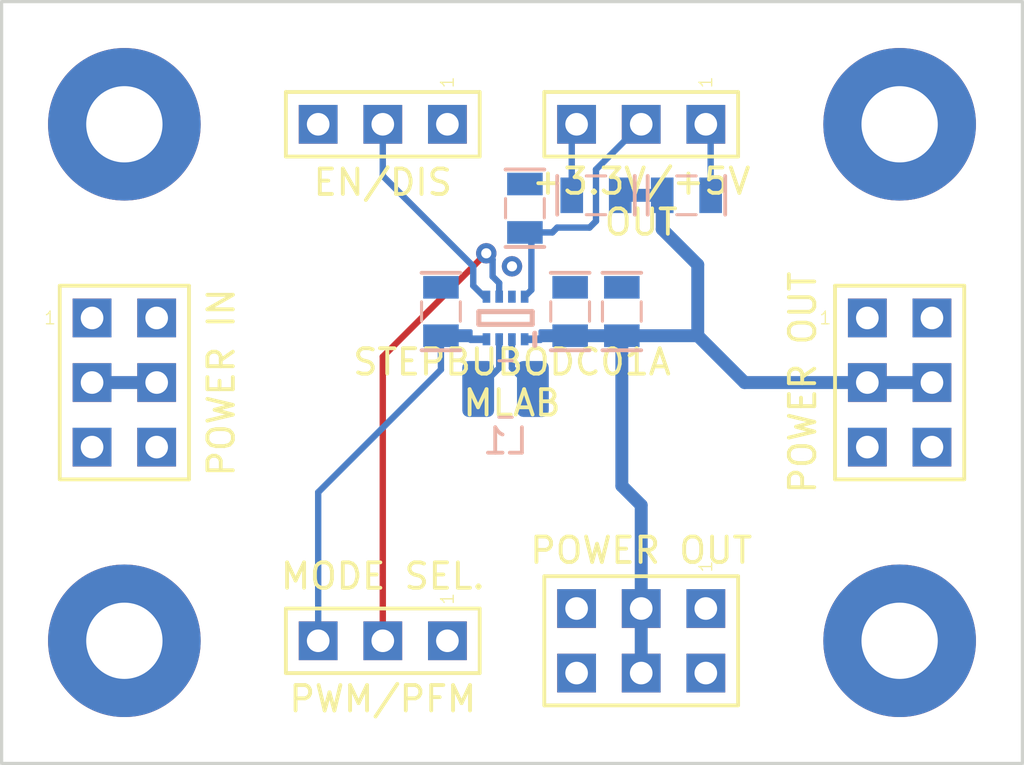
<source format=kicad_pcb>
(kicad_pcb (version 20211014) (generator pcbnew)
  (layers (0 "F.Cu" signal) (31 "B.Cu" signal) (34 "B.Paste" user) (35 "F.Paste" user) (36 "B.SilkS" user "B.Silkscreen") (37 "F.SilkS" user "F.Silkscreen") (38 "B.Mask" user) (39 "F.Mask" user) (44 "Edge.Cuts" user))
  (net 0 "")
  (net 1 "/V_in")
  (net 2 "GND")
  (net 3 "/V_out")
  (net 4 "/en")
  (net 5 "Net-(F1-Pad1)")
  (net 6 "/mod")
  (net 7 "Net-(J4-Pad1)")
  (net 8 "/FB")
  (net 9 "Net-(J4-Pad3)")
  (net 10 "Net-(L1-Pad1)")
  (net 11 "Net-(L1-Pad2)")
  (footprint "Mlab_Pin_Headers:Straight_1x03" (layer "F.Cu") (at 147.32 76.2 -90)
    (fp_text reference "J4" hide)
    (fp_text value "HEADER_1x03" hide)
    (fp_text user "1" (at -1.651 -2.54 90) (layer "F.SilkS") (effects (font (size 0.5 0.5) (thickness 0.05))))
    (fp_line (start -1.27 3.81) (end -1.27 -3.81) (layer "F.SilkS") (width 0.15))
    (fp_line (start 1.27 3.81) (end -1.27 3.81) (layer "F.SilkS") (width 0.15))
    (fp_line (start -1.27 -3.81) (end 1.27 -3.81) (layer "F.SilkS") (width 0.15))
    (fp_line (start 1.27 -3.81) (end 1.27 3.81) (layer "F.SilkS") (width 0.15))
    (pad "1" thru_hole rect (at 0 -2.54 270) (size 1.524 1.524) (drill 0.889) (layers *.Cu *.Mask) (net 7 "Net-(J4-Pad1)"))
    (pad "2" thru_hole rect (at 0 0 270) (size 1.524 1.524) (drill 0.889) (layers *.Cu *.Mask) (net 8 "/FB"))
    (pad "3" thru_hole rect (at 0 2.54 270) (size 1.524 1.524) (drill 0.889) (layers *.Cu *.Mask) (net 9 "Net-(J4-Pad3)"))
  )
  (footprint "Mlab_Pin_Headers:Straight_2x03" (layer "F.Cu") (at 127 86.36)
    (fp_text reference "J2" hide)
    (fp_text value "HEADER_2x03_PARALLEL" hide)
    (fp_text user "1" (at -2.921 -2.54) (layer "F.SilkS") (effects (font (size 0.5 0.5) (thickness 0.05))))
    (fp_line (start 2.54 3.81) (end -2.54 3.81) (layer "F.SilkS") (width 0.15))
    (fp_line (start -2.54 3.81) (end -2.54 -3.81) (layer "F.SilkS") (width 0.15))
    (fp_line (start -2.54 -3.81) (end 2.54 -3.81) (layer "F.SilkS") (width 0.15))
    (fp_line (start 2.54 -3.81) (end 2.54 3.81) (layer "F.SilkS") (width 0.15))
    (pad "1" thru_hole rect (at -1.27 -2.54) (size 1.524 1.524) (drill 0.889) (layers *.Cu *.Mask) (net 2 "GND"))
    (pad "2" thru_hole rect (at 1.27 -2.54) (size 1.524 1.524) (drill 0.889) (layers *.Cu *.Mask) (net 2 "GND"))
    (pad "3" thru_hole rect (at -1.27 0) (size 1.524 1.524) (drill 0.889) (layers *.Cu *.Mask) (net 5 "Net-(F1-Pad1)"))
    (pad "4" thru_hole rect (at 1.27 0) (size 1.524 1.524) (drill 0.889) (layers *.Cu *.Mask) (net 5 "Net-(F1-Pad1)"))
    (pad "5" thru_hole rect (at -1.27 2.54) (size 1.524 1.524) (drill 0.889) (layers *.Cu *.Mask) (net 2 "GND"))
    (pad "6" thru_hole rect (at 1.27 2.54) (size 1.524 1.524) (drill 0.889) (layers *.Cu *.Mask) (net 2 "GND"))
  )
  (footprint "Mlab_Mechanical:MountingHole_3mm" (layer "F.Cu") (at 127 96.52)
    (fp_text reference "H3" hide)
    (fp_text value "MountingHole_Pad" hide)
    (pad "1" thru_hole circle (at 0 0) (size 6 6) (drill 3) (layers *.Cu *.Mask) (net 2 "GND") (clearance 1))
  )
  (footprint "Mlab_Mechanical:MountingHole_3mm" (layer "F.Cu") (at 157.48 76.2)
    (fp_text reference "H4" hide)
    (fp_text value "MountingHole_Pad" hide)
    (pad "1" thru_hole circle (at 0 0) (size 6 6) (drill 3) (layers *.Cu *.Mask) (net 2 "GND") (clearance 1))
  )
  (footprint "Mlab_Pin_Headers:Straight_1x03" (layer "F.Cu") (at 137.16 76.2 -90)
    (fp_text reference "J1" hide)
    (fp_text value "HEADER_1x03" hide)
    (fp_text user "1" (at -1.651 -2.54 90) (layer "F.SilkS") (effects (font (size 0.5 0.5) (thickness 0.05))))
    (fp_line (start 1.27 3.81) (end -1.27 3.81) (layer "F.SilkS") (width 0.15))
    (fp_line (start -1.27 3.81) (end -1.27 -3.81) (layer "F.SilkS") (width 0.15))
    (fp_line (start 1.27 -3.81) (end 1.27 3.81) (layer "F.SilkS") (width 0.15))
    (fp_line (start -1.27 -3.81) (end 1.27 -3.81) (layer "F.SilkS") (width 0.15))
    (pad "1" thru_hole rect (at 0 -2.54 270) (size 1.524 1.524) (drill 0.889) (layers *.Cu *.Mask) (net 2 "GND"))
    (pad "2" thru_hole rect (at 0 0 270) (size 1.524 1.524) (drill 0.889) (layers *.Cu *.Mask) (net 4 "/en"))
    (pad "3" thru_hole rect (at 0 2.54 270) (size 1.524 1.524) (drill 0.889) (layers *.Cu *.Mask) (net 1 "/V_in"))
  )
  (footprint "Mlab_Pin_Headers:Straight_1x03" (layer "F.Cu") (at 137.16 96.52 -90)
    (fp_text reference "J3" hide)
    (fp_text value "HEADER_1x03" hide)
    (fp_text user "1" (at -1.651 -2.54 90) (layer "F.SilkS") (effects (font (size 0.5 0.5) (thickness 0.05))))
    (fp_line (start 1.27 -3.81) (end 1.27 3.81) (layer "F.SilkS") (width 0.15))
    (fp_line (start 1.27 3.81) (end -1.27 3.81) (layer "F.SilkS") (width 0.15))
    (fp_line (start -1.27 -3.81) (end 1.27 -3.81) (layer "F.SilkS") (width 0.15))
    (fp_line (start -1.27 3.81) (end -1.27 -3.81) (layer "F.SilkS") (width 0.15))
    (pad "1" thru_hole rect (at 0 -2.54 270) (size 1.524 1.524) (drill 0.889) (layers *.Cu *.Mask) (net 2 "GND"))
    (pad "2" thru_hole rect (at 0 0 270) (size 1.524 1.524) (drill 0.889) (layers *.Cu *.Mask) (net 6 "/mod"))
    (pad "3" thru_hole rect (at 0 2.54 270) (size 1.524 1.524) (drill 0.889) (layers *.Cu *.Mask) (net 1 "/V_in"))
  )
  (footprint "Mlab_Mechanical:MountingHole_3mm" (layer "F.Cu") (at 157.48 96.52)
    (fp_text reference "H2" hide)
    (fp_text value "MountingHole_Pad" hide)
    (pad "1" thru_hole circle (at 0 0) (size 6 6) (drill 3) (layers *.Cu *.Mask) (net 2 "GND") (clearance 1))
  )
  (footprint "Mlab_Pin_Headers:Straight_2x03" (layer "F.Cu") (at 147.32 96.52 -90)
    (fp_text reference "J5" hide)
    (fp_text value "HEADER_2x03_PARALLEL" hide)
    (fp_text user "1" (at -2.921 -2.54 90) (layer "F.SilkS") (effects (font (size 0.5 0.5) (thickness 0.05))))
    (fp_line (start 2.54 -3.81) (end 2.54 3.81) (layer "F.SilkS") (width 0.15))
    (fp_line (start 2.54 3.81) (end -2.54 3.81) (layer "F.SilkS") (width 0.15))
    (fp_line (start -2.54 -3.81) (end 2.54 -3.81) (layer "F.SilkS") (width 0.15))
    (fp_line (start -2.54 3.81) (end -2.54 -3.81) (layer "F.SilkS") (width 0.15))
    (pad "1" thru_hole rect (at -1.27 -2.54 270) (size 1.524 1.524) (drill 0.889) (layers *.Cu *.Mask) (net 2 "GND"))
    (pad "2" thru_hole rect (at 1.27 -2.54 270) (size 1.524 1.524) (drill 0.889) (layers *.Cu *.Mask) (net 2 "GND"))
    (pad "3" thru_hole rect (at -1.27 0 270) (size 1.524 1.524) (drill 0.889) (layers *.Cu *.Mask) (net 3 "/V_out"))
    (pad "4" thru_hole rect (at 1.27 0 270) (size 1.524 1.524) (drill 0.889) (layers *.Cu *.Mask) (net 3 "/V_out"))
    (pad "5" thru_hole rect (at -1.27 2.54 270) (size 1.524 1.524) (drill 0.889) (layers *.Cu *.Mask) (net 2 "GND"))
    (pad "6" thru_hole rect (at 1.27 2.54 270) (size 1.524 1.524) (drill 0.889) (layers *.Cu *.Mask) (net 2 "GND"))
  )
  (footprint "Mlab_Mechanical:MountingHole_3mm" (layer "F.Cu") (at 127 76.2)
    (fp_text reference "H1" hide)
    (fp_text value "MountingHole_Pad" hide)
    (pad "1" thru_hole circle (at 0 0) (size 6 6) (drill 3) (layers *.Cu *.Mask) (net 2 "GND") (clearance 1))
  )
  (footprint "Mlab_Pin_Headers:Straight_2x03" (layer "F.Cu") (at 157.48 86.36)
    (fp_text reference "J6" hide)
    (fp_text value "HEADER_2x03_PARALLEL" hide)
    (fp_text user "1" (at -2.921 -2.54) (layer "F.SilkS") (effects (font (size 0.5 0.5) (thickness 0.05))))
    (fp_line (start 2.54 -3.81) (end 2.54 3.81) (layer "F.SilkS") (width 0.15))
    (fp_line (start -2.54 3.81) (end -2.54 -3.81) (layer "F.SilkS") (width 0.15))
    (fp_line (start 2.54 3.81) (end -2.54 3.81) (layer "F.SilkS") (width 0.15))
    (fp_line (start -2.54 -3.81) (end 2.54 -3.81) (layer "F.SilkS") (width 0.15))
    (pad "1" thru_hole rect (at -1.27 -2.54) (size 1.524 1.524) (drill 0.889) (layers *.Cu *.Mask) (net 2 "GND"))
    (pad "2" thru_hole rect (at 1.27 -2.54) (size 1.524 1.524) (drill 0.889) (layers *.Cu *.Mask) (net 2 "GND"))
    (pad "3" thru_hole rect (at -1.27 0) (size 1.524 1.524) (drill 0.889) (layers *.Cu *.Mask) (net 3 "/V_out"))
    (pad "4" thru_hole rect (at 1.27 0) (size 1.524 1.524) (drill 0.889) (layers *.Cu *.Mask) (net 3 "/V_out"))
    (pad "5" thru_hole rect (at -1.27 2.54) (size 1.524 1.524) (drill 0.889) (layers *.Cu *.Mask) (net 2 "GND"))
    (pad "6" thru_hole rect (at 1.27 2.54) (size 1.524 1.524) (drill 0.889) (layers *.Cu *.Mask) (net 2 "GND"))
  )
  (footprint "Mlab_R:SMD-0805" (layer "B.Cu") (at 145.542 78.994 180)
    (fp_text reference "R2")
    (fp_text value "511k")
    (fp_line (start 1.524 0.762) (end 1.524 -0.762) (layer "B.SilkS") (width 0.15))
    (fp_line (start -0.381 0.762) (end 0.381 0.762) (layer "B.SilkS") (width 0.12))
    (fp_line (start -1.524 -0.762) (end -1.524 0.762) (layer "B.SilkS") (width 0.15))
    (fp_line (start -0.381 -0.762) (end 0.381 -0.762) (layer "B.SilkS") (width 0.12))
    (pad "1" smd rect locked (at -0.9525 0 180) (size 0.889 1.397) (layers "B.Cu" "B.Paste" "B.Mask") (net 3 "/V_out"))
    (pad "2" smd rect locked (at 0.9525 0 180) (size 0.889 1.397) (layers "B.Cu" "B.Paste" "B.Mask") (net 9 "Net-(J4-Pad3)"))
  )
  (footprint "Mlab_C:SMD-0805" (layer "B.Cu") (at 146.558 83.566 90)
    (fp_text reference "C3")
    (fp_text value "10uF")
    (fp_line (start 1.524 0.762) (end 1.524 -0.762) (layer "B.SilkS") (width 0.15))
    (fp_line (start -1.524 -0.762) (end -1.524 0.762) (layer "B.SilkS") (width 0.15))
    (fp_line (start -0.381 -0.762) (end 0.381 -0.762) (layer "B.SilkS") (width 0.12))
    (fp_line (start -0.381 0.762) (end 0.381 0.762) (layer "B.SilkS") (width 0.12))
    (pad "1" smd rect locked (at -0.9525 0 90) (size 0.889 1.397) (layers "B.Cu" "B.Paste" "B.Mask") (net 3 "/V_out"))
    (pad "2" smd rect locked (at 0.9525 0 90) (size 0.889 1.397) (layers "B.Cu" "B.Paste" "B.Mask") (net 2 "GND"))
  )
  (footprint "Mlab_C:SMD-0805" (layer "B.Cu") (at 144.526 83.566 90)
    (fp_text reference "C2")
    (fp_text value "47uF")
    (fp_line (start 1.524 0.762) (end 1.524 -0.762) (layer "B.SilkS") (width 0.15))
    (fp_line (start -1.524 -0.762) (end -1.524 0.762) (layer "B.SilkS") (width 0.15))
    (fp_line (start -0.381 0.762) (end 0.381 0.762) (layer "B.SilkS") (width 0.12))
    (fp_line (start -0.381 -0.762) (end 0.381 -0.762) (layer "B.SilkS") (width 0.12))
    (pad "1" smd rect locked (at -0.9525 0 90) (size 0.889 1.397) (layers "B.Cu" "B.Paste" "B.Mask") (net 3 "/V_out"))
    (pad "2" smd rect locked (at 0.9525 0 90) (size 0.889 1.397) (layers "B.Cu" "B.Paste" "B.Mask") (net 2 "GND"))
  )
  (footprint "KiCad:SOTFL50P160X60-8N" (layer "B.Cu") (at 141.986 83.82 90)
    (fp_text reference "U1" hide)
    (fp_text value "TPS631000DRLR" hide)
    (fp_line (start -0.25 1.05) (end 0.25 1.05) (layer "B.SilkS") (width 0.2))
    (fp_line (start 0.25 -1.05) (end -0.25 -1.05) (layer "B.SilkS") (width 0.2))
    (fp_line (start -0.25 -1.05) (end -0.25 1.05) (layer "B.SilkS") (width 0.2))
    (fp_line (start -1.075 1.15) (end -0.6 1.15) (layer "B.SilkS") (width 0.2))
    (fp_line (start 0.25 1.05) (end 0.25 -1.05) (layer "B.SilkS") (width 0.2))
    (pad "1" smd rect locked (at -0.838 0.75) (size 0.3 0.475) (layers "B.Cu" "B.Paste" "B.Mask") (net 3 "/V_out"))
    (pad "2" smd rect locked (at -0.838 0.25) (size 0.3 0.475) (layers "B.Cu" "B.Paste" "B.Mask") (net 11 "Net-(L1-Pad2)"))
    (pad "3" smd rect locked (at -0.838 -0.25) (size 0.3 0.475) (layers "B.Cu" "B.Paste" "B.Mask") (net 10 "Net-(L1-Pad1)"))
    (pad "4" smd rect locked (at -0.838 -0.75) (size 0.3 0.475) (layers "B.Cu" "B.Paste" "B.Mask") (net 1 "/V_in"))
    (pad "5" smd rect locked (at 0.838 -0.75) (size 0.3 0.475) (layers "B.Cu" "B.Paste" "B.Mask") (net 4 "/en"))
    (pad "6" smd rect locked (at 0.838 -0.25) (size 0.3 0.475) (layers "B.Cu" "B.Paste" "B.Mask") (net 6 "/mod"))
    (pad "7" smd rect locked (at 0.838 0.25) (size 0.3 0.475) (layers "B.Cu" "B.Paste" "B.Mask") (net 2 "GND"))
    (pad "8" smd rect locked (at 0.838 0.75) (size 0.3 0.475) (layers "B.Cu" "B.Paste" "B.Mask") (net 8 "/FB"))
  )
  (footprint "Mlab_R:SMD-0805" (layer "B.Cu") (at 149.098 78.994)
    (fp_text reference "R3")
    (fp_text value "806k")
    (fp_line (start 1.524 0.762) (end 1.524 -0.762) (layer "B.SilkS") (width 0.15))
    (fp_line (start -1.524 -0.762) (end -1.524 0.762) (layer "B.SilkS") (width 0.15))
    (fp_line (start -0.381 -0.762) (end 0.381 -0.762) (layer "B.SilkS") (width 0.12))
    (fp_line (start -0.381 0.762) (end 0.381 0.762) (layer "B.SilkS") (width 0.12))
    (pad "1" smd rect locked (at -0.9525 0) (size 0.889 1.397) (layers "B.Cu" "B.Paste" "B.Mask") (net 3 "/V_out"))
    (pad "2" smd rect locked (at 0.9525 0) (size 0.889 1.397) (layers "B.Cu" "B.Paste" "B.Mask") (net 7 "Net-(J4-Pad1)"))
  )
  (footprint "Mlab_C:SMD-0805" (layer "B.Cu") (at 139.446 83.566 90)
    (fp_text reference "C1")
    (fp_text value "22uF")
    (fp_line (start -0.381 -0.762) (end 0.381 -0.762) (layer "B.SilkS") (width 0.12))
    (fp_line (start 1.524 0.762) (end 1.524 -0.762) (layer "B.SilkS") (width 0.15))
    (fp_line (start -1.524 -0.762) (end -1.524 0.762) (layer "B.SilkS") (width 0.15))
    (fp_line (start -0.381 0.762) (end 0.381 0.762) (layer "B.SilkS") (width 0.12))
    (pad "1" smd rect locked (at -0.9525 0 90) (size 0.889 1.397) (layers "B.Cu" "B.Paste" "B.Mask") (net 1 "/V_in"))
    (pad "2" smd rect locked (at 0.9525 0 90) (size 0.889 1.397) (layers "B.Cu" "B.Paste" "B.Mask") (net 2 "GND"))
  )
  (footprint "Mlab_R:SMD-0805" (layer "B.Cu") (at 142.748 79.502 90)
    (fp_text reference "R1")
    (fp_text value "91k")
    (fp_line (start -1.524 -0.762) (end -1.524 0.762) (layer "B.SilkS") (width 0.15))
    (fp_line (start 1.524 0.762) (end 1.524 -0.762) (layer "B.SilkS") (width 0.15))
    (fp_line (start -0.381 -0.762) (end 0.381 -0.762) (layer "B.SilkS") (width 0.12))
    (fp_line (start -0.381 0.762) (end 0.381 0.762) (layer "B.SilkS") (width 0.12))
    (pad "1" smd rect locked (at -0.9525 0 90) (size 0.889 1.397) (layers "B.Cu" "B.Paste" "B.Mask") (net 8 "/FB"))
    (pad "2" smd rect locked (at 0.9525 0 90) (size 0.889 1.397) (layers "B.Cu" "B.Paste" "B.Mask") (net 2 "GND"))
  )
  (footprint "Inductor_SMD:L_1008_2520Metric" (layer "B.Cu") (at 141.986 86.614)
    (fp_text reference "L1" (at 0 2.05) (layer "B.SilkS") (effects (justify mirror)))
    (fp_text value "1uH - DFE252012P-1R0M=P2" hide)
    (fp_line (start -0.261252 1.11) (end 0.261252 1.11) (layer "B.SilkS") (width 0.12))
    (fp_line (start -0.261252 -1.11) (end 0.261252 -1.11) (layer "B.SilkS") (width 0.12))
    (pad "1" smd roundrect (at -1.075 0) (size 1.25 2.2) (layers "B.Cu" "B.Paste" "B.Mask") (roundrect_rratio 0.2) (net 10 "Net-(L1-Pad1)"))
    (pad "2" smd roundrect (at 1.075 0) (size 1.25 2.2) (layers "B.Cu" "B.Paste" "B.Mask") (roundrect_rratio 0.2) (net 11 "Net-(L1-Pad2)"))
  )
  (gr_line (start 122.174 71.374) (end 122.174 101.346) (layer "Edge.Cuts") (width 0.127))
  (gr_line (start 122.174 101.346) (end 162.306 101.346) (layer "Edge.Cuts") (width 0.127))
  (gr_line (start 162.306 71.374) (end 122.174 71.374) (layer "Edge.Cuts") (width 0.127))
  (gr_line (start 162.306 101.346) (end 162.306 71.374) (layer "Edge.Cuts") (width 0.127))
  (gr_text "POWER OUT" (at 147.32 92.964) (layer "F.SilkS") (effects (font (size 1 1))))
  (gr_text "STEPBUBODC01A\nMLAB" (at 142.24 86.36) (layer "F.SilkS") (effects (font (size 1 1))))
  (gr_text "+3.3V/+5V\nOUT" (at 147.32 79.248) (layer "F.SilkS") (effects (font (size 1 1))))
  (gr_text "EN/DIS" (at 137.16 78.486) (layer "F.SilkS") (effects (font (size 1 1))))
  (gr_text "POWER OUT" (at 153.67 86.36 90) (layer "F.SilkS") (effects (font (size 1 1))))
  (gr_text "POWER IN" (at 130.81 86.36 90) (layer "F.SilkS") (effects (font (size 1 1))))
  (gr_text "MODE SEL." (at 137.16 93.98) (layer "F.SilkS") (effects (font (size 1 1))))
  (gr_text "PWM/PFM" (at 137.16 98.806) (layer "F.SilkS") (effects (font (size 1 1))))
  (via (at 142.24 81.788) (size 0.8) (drill 0.4) (layers "F.Cu" "B.Cu") (net 0))
  (segment (start 139.446 85.852) (end 139.446 84.5185) (width 0.25) (layer "B.Cu") (net 1))
  (segment (start 134.62 90.678) (end 139.446 85.852) (width 0.25) (layer "B.Cu") (net 1))
  (segment (start 134.62 96.52) (end 134.62 90.678) (width 0.25) (layer "B.Cu") (net 1))
  (segment (start 146.558 84.5185) (end 146.558 90.424) (width 0.508) (layer "B.Cu") (net 3))
  (segment (start 146.558 90.424) (end 147.32 91.186) (width 0.508) (layer "B.Cu") (net 3))
  (segment (start 156.21 86.36) (end 158.75 86.36) (width 0.508) (layer "B.Cu") (net 3))
  (segment (start 144.3865 84.658) (end 144.526 84.5185) (width 0.25) (layer "B.Cu") (net 3))
  (segment (start 149.5425 84.5185) (end 149.5425 81.7245) (width 0.508) (layer "B.Cu") (net 3))
  (segment (start 147.32 91.186) (end 147.32 95.25) (width 0.508) (layer "B.Cu") (net 3))
  (segment (start 149.5425 84.5185) (end 151.384 86.36) (width 0.508) (layer "B.Cu") (net 3))
  (segment (start 149.5425 81.7245) (end 148.1455 80.3275) (width 0.508) (layer "B.Cu") (net 3))
  (segment (start 148.1455 78.994) (end 146.4945 78.994) (width 0.508) (layer "B.Cu") (net 3))
  (segment (start 147.32 95.25) (end 147.32 97.79) (width 0.508) (layer "B.Cu") (net 3))
  (segment (start 151.384 86.36) (end 156.21 86.36) (width 0.508) (layer "B.Cu") (net 3))
  (segment (start 146.558 84.5185) (end 149.5425 84.5185) (width 0.508) (layer "B.Cu") (net 3))
  (segment (start 148.1455 80.3275) (end 148.1455 78.994) (width 0.508) (layer "B.Cu") (net 3))
  (segment (start 140.716 82.55) (end 140.716 81.788) (width 0.25) (layer "B.Cu") (net 4))
  (segment (start 137.16 78.232) (end 137.16 76.2) (width 0.25) (layer "B.Cu") (net 4))
  (segment (start 141.236 82.982) (end 141.148 82.982) (width 0.25) (layer "B.Cu") (net 4))
  (segment (start 140.716 81.788) (end 137.16 78.232) (width 0.25) (layer "B.Cu") (net 4))
  (segment (start 141.148 82.982) (end 140.716 82.55) (width 0.25) (layer "B.Cu") (net 4))
  (segment (start 128.27 86.36) (end 125.73 86.36) (width 0.508) (layer "B.Cu") (net 5))
  (segment (start 137.16 85.344) (end 141.228299 81.275701) (width 0.25) (layer "F.Cu") (net 6))
  (segment (start 137.16 96.52) (end 137.16 85.344) (width 0.25) (layer "F.Cu") (net 6))
  (via (at 141.228299 81.275701) (size 0.8) (drill 0.4) (layers "F.Cu" "B.Cu") (net 6))
  (segment (start 141.736 82.4445) (end 141.736 82.982) (width 0.25) (layer "B.Cu") (net 6))
  (segment (start 141.228299 81.275701) (end 141.478 81.525402) (width 0.25) (layer "B.Cu") (net 6))
  (segment (start 141.478 81.525402) (end 141.478 82.1865) (width 0.25) (layer "B.Cu") (net 6))
  (segment (start 141.478 82.1865) (end 141.736 82.4445) (width 0.25) (layer "B.Cu") (net 6))
  (segment (start 150.0505 76.3905) (end 149.86 76.2) (width 0.25) (layer "B.Cu") (net 7))
  (segment (start 150.0505 78.994) (end 150.0505 76.3905) (width 0.25) (layer "B.Cu") (net 7))
  (segment (start 143.002 82.716) (end 142.736 82.982) (width 0.25) (layer "B.Cu") (net 8))
  (segment (start 142.748 80.4545) (end 143.002 80.7085) (width 0.25) (layer "B.Cu") (net 8))
  (segment (start 145.542 77.978) (end 145.542 80.01) (width 0.25) (layer "B.Cu") (net 8))
  (segment (start 145.288 80.264) (end 144.018 80.264) (width 0.25) (layer "B.Cu") (net 8))
  (segment (start 145.542 80.01) (end 145.288 80.264) (width 0.25) (layer "B.Cu") (net 8))
  (segment (start 144.018 80.264) (end 143.8275 80.4545) (width 0.25) (layer "B.Cu") (net 8))
  (segment (start 143.002 80.7085) (end 143.002 82.716) (width 0.25) (layer "B.Cu") (net 8))
  (segment (start 143.8275 80.4545) (end 142.748 80.4545) (width 0.25) (layer "B.Cu") (net 8))
  (segment (start 147.32 76.2) (end 145.542 77.978) (width 0.25) (layer "B.Cu") (net 8))
  (segment (start 144.5895 76.3905) (end 144.78 76.2) (width 0.25) (layer "B.Cu") (net 9))
  (segment (start 144.5895 78.994) (end 144.5895 76.3905) (width 0.25) (layer "B.Cu") (net 9))
  (segment (start 140.911 86.614) (end 141.736 85.789) (width 0.25) (layer "B.Cu") (net 10))
  (segment (start 141.736 85.789) (end 141.736 84.658) (width 0.25) (layer "B.Cu") (net 10))
  (segment (start 142.236 85.789) (end 142.236 84.658) (width 0.25) (layer "B.Cu") (net 11))
  (segment (start 143.061 86.614) (end 142.236 85.789) (width 0.25) (layer "B.Cu") (net 11))
  (zone (net 3) (net_name "/V_out") (layer "B.Cu") (connect_pads (clearance 0.254)) (min_thickness 0.127) (fill yes (thermal_gap 0.508) (thermal_bridge_width 0.508))
    (polygon (pts (xy 147.573754 85.344) (xy 142.494 85.09) (xy 142.513546 84.282079) (xy 143.778075 84.023077) (xy 147.568625 83.819944)))
  )
  (zone (net 1) (net_name "/V_in") (layer "B.Cu") (connect_pads (clearance 0.254)) (min_thickness 0.127) (fill yes (thermal_gap 0.508) (thermal_bridge_width 0.508))
    (polygon (pts (xy 141.478 84.074) (xy 141.478 85.09) (xy 140.208 85.344) (xy 138.43 85.344) (xy 138.43 83.82)))
  )
)
</source>
